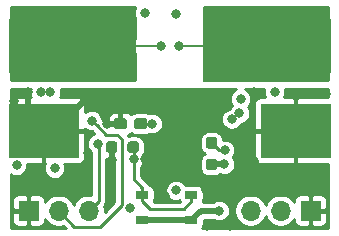
<source format=gbr>
G04 #@! TF.GenerationSoftware,KiCad,Pcbnew,(5.1.5)-3*
G04 #@! TF.CreationDate,2021-02-05T10:45:09+01:00*
G04 #@! TF.ProjectId,kapuki-cursen-hw,6b617075-6b69-42d6-9375-7273656e2d68,rev?*
G04 #@! TF.SameCoordinates,Original*
G04 #@! TF.FileFunction,Copper,L4,Bot*
G04 #@! TF.FilePolarity,Positive*
%FSLAX46Y46*%
G04 Gerber Fmt 4.6, Leading zero omitted, Abs format (unit mm)*
G04 Created by KiCad (PCBNEW (5.1.5)-3) date 2021-02-05 10:45:09*
%MOMM*%
%LPD*%
G04 APERTURE LIST*
%ADD10R,1.050000X0.650000*%
%ADD11O,1.700000X1.700000*%
%ADD12R,1.700000X1.700000*%
%ADD13C,0.100000*%
%ADD14R,2.500000X0.152400*%
%ADD15R,2.700000X6.200000*%
%ADD16R,6.000000X4.600000*%
%ADD17C,0.800000*%
%ADD18C,0.500000*%
%ADD19C,0.250000*%
%ADD20C,0.254000*%
G04 APERTURE END LIST*
D10*
X136466400Y-90085600D03*
X132316400Y-90085600D03*
X136466400Y-92235600D03*
X132316400Y-92235600D03*
D11*
X127762000Y-91440000D03*
X125222000Y-91440000D03*
D12*
X122682000Y-91440000D03*
G04 #@! TA.AperFunction,SMDPad,CuDef*
D13*
G36*
X131817979Y-85581344D02*
G01*
X131841034Y-85584763D01*
X131863643Y-85590427D01*
X131885587Y-85598279D01*
X131906657Y-85608244D01*
X131926648Y-85620226D01*
X131945368Y-85634110D01*
X131962638Y-85649762D01*
X131978290Y-85667032D01*
X131992174Y-85685752D01*
X132004156Y-85705743D01*
X132014121Y-85726813D01*
X132021973Y-85748757D01*
X132027637Y-85771366D01*
X132031056Y-85794421D01*
X132032200Y-85817700D01*
X132032200Y-86292700D01*
X132031056Y-86315979D01*
X132027637Y-86339034D01*
X132021973Y-86361643D01*
X132014121Y-86383587D01*
X132004156Y-86404657D01*
X131992174Y-86424648D01*
X131978290Y-86443368D01*
X131962638Y-86460638D01*
X131945368Y-86476290D01*
X131926648Y-86490174D01*
X131906657Y-86502156D01*
X131885587Y-86512121D01*
X131863643Y-86519973D01*
X131841034Y-86525637D01*
X131817979Y-86529056D01*
X131794700Y-86530200D01*
X131294700Y-86530200D01*
X131271421Y-86529056D01*
X131248366Y-86525637D01*
X131225757Y-86519973D01*
X131203813Y-86512121D01*
X131182743Y-86502156D01*
X131162752Y-86490174D01*
X131144032Y-86476290D01*
X131126762Y-86460638D01*
X131111110Y-86443368D01*
X131097226Y-86424648D01*
X131085244Y-86404657D01*
X131075279Y-86383587D01*
X131067427Y-86361643D01*
X131061763Y-86339034D01*
X131058344Y-86315979D01*
X131057200Y-86292700D01*
X131057200Y-85817700D01*
X131058344Y-85794421D01*
X131061763Y-85771366D01*
X131067427Y-85748757D01*
X131075279Y-85726813D01*
X131085244Y-85705743D01*
X131097226Y-85685752D01*
X131111110Y-85667032D01*
X131126762Y-85649762D01*
X131144032Y-85634110D01*
X131162752Y-85620226D01*
X131182743Y-85608244D01*
X131203813Y-85598279D01*
X131225757Y-85590427D01*
X131248366Y-85584763D01*
X131271421Y-85581344D01*
X131294700Y-85580200D01*
X131794700Y-85580200D01*
X131817979Y-85581344D01*
G37*
G04 #@! TD.AperFunction*
G04 #@! TA.AperFunction,SMDPad,CuDef*
G36*
X129992979Y-85581344D02*
G01*
X130016034Y-85584763D01*
X130038643Y-85590427D01*
X130060587Y-85598279D01*
X130081657Y-85608244D01*
X130101648Y-85620226D01*
X130120368Y-85634110D01*
X130137638Y-85649762D01*
X130153290Y-85667032D01*
X130167174Y-85685752D01*
X130179156Y-85705743D01*
X130189121Y-85726813D01*
X130196973Y-85748757D01*
X130202637Y-85771366D01*
X130206056Y-85794421D01*
X130207200Y-85817700D01*
X130207200Y-86292700D01*
X130206056Y-86315979D01*
X130202637Y-86339034D01*
X130196973Y-86361643D01*
X130189121Y-86383587D01*
X130179156Y-86404657D01*
X130167174Y-86424648D01*
X130153290Y-86443368D01*
X130137638Y-86460638D01*
X130120368Y-86476290D01*
X130101648Y-86490174D01*
X130081657Y-86502156D01*
X130060587Y-86512121D01*
X130038643Y-86519973D01*
X130016034Y-86525637D01*
X129992979Y-86529056D01*
X129969700Y-86530200D01*
X129469700Y-86530200D01*
X129446421Y-86529056D01*
X129423366Y-86525637D01*
X129400757Y-86519973D01*
X129378813Y-86512121D01*
X129357743Y-86502156D01*
X129337752Y-86490174D01*
X129319032Y-86476290D01*
X129301762Y-86460638D01*
X129286110Y-86443368D01*
X129272226Y-86424648D01*
X129260244Y-86404657D01*
X129250279Y-86383587D01*
X129242427Y-86361643D01*
X129236763Y-86339034D01*
X129233344Y-86315979D01*
X129232200Y-86292700D01*
X129232200Y-85817700D01*
X129233344Y-85794421D01*
X129236763Y-85771366D01*
X129242427Y-85748757D01*
X129250279Y-85726813D01*
X129260244Y-85705743D01*
X129272226Y-85685752D01*
X129286110Y-85667032D01*
X129301762Y-85649762D01*
X129319032Y-85634110D01*
X129337752Y-85620226D01*
X129357743Y-85608244D01*
X129378813Y-85598279D01*
X129400757Y-85590427D01*
X129423366Y-85584763D01*
X129446421Y-85581344D01*
X129469700Y-85580200D01*
X129969700Y-85580200D01*
X129992979Y-85581344D01*
G37*
G04 #@! TD.AperFunction*
G04 #@! TA.AperFunction,SMDPad,CuDef*
G36*
X138436779Y-87040144D02*
G01*
X138459834Y-87043563D01*
X138482443Y-87049227D01*
X138504387Y-87057079D01*
X138525457Y-87067044D01*
X138545448Y-87079026D01*
X138564168Y-87092910D01*
X138581438Y-87108562D01*
X138597090Y-87125832D01*
X138610974Y-87144552D01*
X138622956Y-87164543D01*
X138632921Y-87185613D01*
X138640773Y-87207557D01*
X138646437Y-87230166D01*
X138649856Y-87253221D01*
X138651000Y-87276500D01*
X138651000Y-87776500D01*
X138649856Y-87799779D01*
X138646437Y-87822834D01*
X138640773Y-87845443D01*
X138632921Y-87867387D01*
X138622956Y-87888457D01*
X138610974Y-87908448D01*
X138597090Y-87927168D01*
X138581438Y-87944438D01*
X138564168Y-87960090D01*
X138545448Y-87973974D01*
X138525457Y-87985956D01*
X138504387Y-87995921D01*
X138482443Y-88003773D01*
X138459834Y-88009437D01*
X138436779Y-88012856D01*
X138413500Y-88014000D01*
X137938500Y-88014000D01*
X137915221Y-88012856D01*
X137892166Y-88009437D01*
X137869557Y-88003773D01*
X137847613Y-87995921D01*
X137826543Y-87985956D01*
X137806552Y-87973974D01*
X137787832Y-87960090D01*
X137770562Y-87944438D01*
X137754910Y-87927168D01*
X137741026Y-87908448D01*
X137729044Y-87888457D01*
X137719079Y-87867387D01*
X137711227Y-87845443D01*
X137705563Y-87822834D01*
X137702144Y-87799779D01*
X137701000Y-87776500D01*
X137701000Y-87276500D01*
X137702144Y-87253221D01*
X137705563Y-87230166D01*
X137711227Y-87207557D01*
X137719079Y-87185613D01*
X137729044Y-87164543D01*
X137741026Y-87144552D01*
X137754910Y-87125832D01*
X137770562Y-87108562D01*
X137787832Y-87092910D01*
X137806552Y-87079026D01*
X137826543Y-87067044D01*
X137847613Y-87057079D01*
X137869557Y-87049227D01*
X137892166Y-87043563D01*
X137915221Y-87040144D01*
X137938500Y-87039000D01*
X138413500Y-87039000D01*
X138436779Y-87040144D01*
G37*
G04 #@! TD.AperFunction*
G04 #@! TA.AperFunction,SMDPad,CuDef*
G36*
X138436779Y-85215144D02*
G01*
X138459834Y-85218563D01*
X138482443Y-85224227D01*
X138504387Y-85232079D01*
X138525457Y-85242044D01*
X138545448Y-85254026D01*
X138564168Y-85267910D01*
X138581438Y-85283562D01*
X138597090Y-85300832D01*
X138610974Y-85319552D01*
X138622956Y-85339543D01*
X138632921Y-85360613D01*
X138640773Y-85382557D01*
X138646437Y-85405166D01*
X138649856Y-85428221D01*
X138651000Y-85451500D01*
X138651000Y-85951500D01*
X138649856Y-85974779D01*
X138646437Y-85997834D01*
X138640773Y-86020443D01*
X138632921Y-86042387D01*
X138622956Y-86063457D01*
X138610974Y-86083448D01*
X138597090Y-86102168D01*
X138581438Y-86119438D01*
X138564168Y-86135090D01*
X138545448Y-86148974D01*
X138525457Y-86160956D01*
X138504387Y-86170921D01*
X138482443Y-86178773D01*
X138459834Y-86184437D01*
X138436779Y-86187856D01*
X138413500Y-86189000D01*
X137938500Y-86189000D01*
X137915221Y-86187856D01*
X137892166Y-86184437D01*
X137869557Y-86178773D01*
X137847613Y-86170921D01*
X137826543Y-86160956D01*
X137806552Y-86148974D01*
X137787832Y-86135090D01*
X137770562Y-86119438D01*
X137754910Y-86102168D01*
X137741026Y-86083448D01*
X137729044Y-86063457D01*
X137719079Y-86042387D01*
X137711227Y-86020443D01*
X137705563Y-85997834D01*
X137702144Y-85974779D01*
X137701000Y-85951500D01*
X137701000Y-85451500D01*
X137702144Y-85428221D01*
X137705563Y-85405166D01*
X137711227Y-85382557D01*
X137719079Y-85360613D01*
X137729044Y-85339543D01*
X137741026Y-85319552D01*
X137754910Y-85300832D01*
X137770562Y-85283562D01*
X137787832Y-85267910D01*
X137806552Y-85254026D01*
X137826543Y-85242044D01*
X137847613Y-85232079D01*
X137869557Y-85224227D01*
X137892166Y-85218563D01*
X137915221Y-85215144D01*
X137938500Y-85214000D01*
X138413500Y-85214000D01*
X138436779Y-85215144D01*
G37*
G04 #@! TD.AperFunction*
G04 #@! TA.AperFunction,SMDPad,CuDef*
G36*
X130778779Y-83600144D02*
G01*
X130801834Y-83603563D01*
X130824443Y-83609227D01*
X130846387Y-83617079D01*
X130867457Y-83627044D01*
X130887448Y-83639026D01*
X130906168Y-83652910D01*
X130923438Y-83668562D01*
X130939090Y-83685832D01*
X130952974Y-83704552D01*
X130964956Y-83724543D01*
X130974921Y-83745613D01*
X130982773Y-83767557D01*
X130988437Y-83790166D01*
X130991856Y-83813221D01*
X130993000Y-83836500D01*
X130993000Y-84311500D01*
X130991856Y-84334779D01*
X130988437Y-84357834D01*
X130982773Y-84380443D01*
X130974921Y-84402387D01*
X130964956Y-84423457D01*
X130952974Y-84443448D01*
X130939090Y-84462168D01*
X130923438Y-84479438D01*
X130906168Y-84495090D01*
X130887448Y-84508974D01*
X130867457Y-84520956D01*
X130846387Y-84530921D01*
X130824443Y-84538773D01*
X130801834Y-84544437D01*
X130778779Y-84547856D01*
X130755500Y-84549000D01*
X130155500Y-84549000D01*
X130132221Y-84547856D01*
X130109166Y-84544437D01*
X130086557Y-84538773D01*
X130064613Y-84530921D01*
X130043543Y-84520956D01*
X130023552Y-84508974D01*
X130004832Y-84495090D01*
X129987562Y-84479438D01*
X129971910Y-84462168D01*
X129958026Y-84443448D01*
X129946044Y-84423457D01*
X129936079Y-84402387D01*
X129928227Y-84380443D01*
X129922563Y-84357834D01*
X129919144Y-84334779D01*
X129918000Y-84311500D01*
X129918000Y-83836500D01*
X129919144Y-83813221D01*
X129922563Y-83790166D01*
X129928227Y-83767557D01*
X129936079Y-83745613D01*
X129946044Y-83724543D01*
X129958026Y-83704552D01*
X129971910Y-83685832D01*
X129987562Y-83668562D01*
X130004832Y-83652910D01*
X130023552Y-83639026D01*
X130043543Y-83627044D01*
X130064613Y-83617079D01*
X130086557Y-83609227D01*
X130109166Y-83603563D01*
X130132221Y-83600144D01*
X130155500Y-83599000D01*
X130755500Y-83599000D01*
X130778779Y-83600144D01*
G37*
G04 #@! TD.AperFunction*
G04 #@! TA.AperFunction,SMDPad,CuDef*
G36*
X132503779Y-83600144D02*
G01*
X132526834Y-83603563D01*
X132549443Y-83609227D01*
X132571387Y-83617079D01*
X132592457Y-83627044D01*
X132612448Y-83639026D01*
X132631168Y-83652910D01*
X132648438Y-83668562D01*
X132664090Y-83685832D01*
X132677974Y-83704552D01*
X132689956Y-83724543D01*
X132699921Y-83745613D01*
X132707773Y-83767557D01*
X132713437Y-83790166D01*
X132716856Y-83813221D01*
X132718000Y-83836500D01*
X132718000Y-84311500D01*
X132716856Y-84334779D01*
X132713437Y-84357834D01*
X132707773Y-84380443D01*
X132699921Y-84402387D01*
X132689956Y-84423457D01*
X132677974Y-84443448D01*
X132664090Y-84462168D01*
X132648438Y-84479438D01*
X132631168Y-84495090D01*
X132612448Y-84508974D01*
X132592457Y-84520956D01*
X132571387Y-84530921D01*
X132549443Y-84538773D01*
X132526834Y-84544437D01*
X132503779Y-84547856D01*
X132480500Y-84549000D01*
X131880500Y-84549000D01*
X131857221Y-84547856D01*
X131834166Y-84544437D01*
X131811557Y-84538773D01*
X131789613Y-84530921D01*
X131768543Y-84520956D01*
X131748552Y-84508974D01*
X131729832Y-84495090D01*
X131712562Y-84479438D01*
X131696910Y-84462168D01*
X131683026Y-84443448D01*
X131671044Y-84423457D01*
X131661079Y-84402387D01*
X131653227Y-84380443D01*
X131647563Y-84357834D01*
X131644144Y-84334779D01*
X131643000Y-84311500D01*
X131643000Y-83836500D01*
X131644144Y-83813221D01*
X131647563Y-83790166D01*
X131653227Y-83767557D01*
X131661079Y-83745613D01*
X131671044Y-83724543D01*
X131683026Y-83704552D01*
X131696910Y-83685832D01*
X131712562Y-83668562D01*
X131729832Y-83652910D01*
X131748552Y-83639026D01*
X131768543Y-83627044D01*
X131789613Y-83617079D01*
X131811557Y-83609227D01*
X131834166Y-83603563D01*
X131857221Y-83600144D01*
X131880500Y-83599000D01*
X132480500Y-83599000D01*
X132503779Y-83600144D01*
G37*
G04 #@! TD.AperFunction*
D14*
X136620000Y-77470000D03*
X132620000Y-77470000D03*
D15*
X138770000Y-77470000D03*
X130470000Y-77470000D03*
D16*
X145288000Y-77470000D03*
X145288000Y-84670000D03*
D11*
X141478000Y-91440000D03*
X144018000Y-91440000D03*
D12*
X146558000Y-91440000D03*
D16*
X123952000Y-77470000D03*
X123952000Y-84670000D03*
D17*
X141478000Y-86080600D03*
X140411200Y-84912200D03*
X136906000Y-87630000D03*
X134239000Y-90220800D03*
X132562600Y-87096600D03*
X128041400Y-81534000D03*
X130048000Y-81534000D03*
X141782800Y-81381600D03*
X132511800Y-74726800D03*
X128041400Y-82626200D03*
X127736600Y-86588600D03*
X129717800Y-87122000D03*
X129336800Y-84074000D03*
X135178800Y-74828400D03*
X122656600Y-81432400D03*
X121462800Y-82118200D03*
X124612400Y-89636600D03*
X126390400Y-89916000D03*
X147828000Y-82804000D03*
X147828000Y-85344000D03*
X147828000Y-81534000D03*
X146304000Y-81534000D03*
X123088400Y-89636600D03*
X121691400Y-89636600D03*
X145288000Y-88036400D03*
X141757400Y-87223600D03*
X132816600Y-81534000D03*
X123850400Y-83261200D03*
X122072400Y-83261200D03*
X136931400Y-86283800D03*
X139700000Y-92710000D03*
X137795000Y-92710000D03*
X137668000Y-89662000D03*
X147167600Y-87884000D03*
X121462800Y-85598000D03*
X123317000Y-87884000D03*
X123952000Y-77470000D03*
X133858000Y-77470000D03*
X139293600Y-86334600D03*
X135382000Y-77470000D03*
X140538200Y-83210400D03*
X135178800Y-89712800D03*
X131292600Y-91186000D03*
X139877800Y-83693000D03*
X143510000Y-81381600D03*
X139268200Y-87528400D03*
X124536200Y-81432400D03*
X123723400Y-81432400D03*
X124891800Y-87858600D03*
X121666000Y-87604600D03*
X140639800Y-81965800D03*
X138836400Y-91440000D03*
X133172200Y-84074000D03*
X131572000Y-87096600D03*
X128524000Y-85775800D03*
X128041400Y-83820000D03*
D18*
X130455500Y-84074000D02*
X129336800Y-84074000D01*
X129717800Y-86057100D02*
X129719700Y-86055200D01*
X129717800Y-87122000D02*
X129717800Y-86057100D01*
X121462800Y-82651600D02*
X122072400Y-83261200D01*
X121462800Y-82118200D02*
X121462800Y-82651600D01*
X127641401Y-81933999D02*
X128041400Y-81534000D01*
X124905400Y-84670000D02*
X127641401Y-81933999D01*
X123952000Y-84670000D02*
X124905400Y-84670000D01*
X122656600Y-82677000D02*
X122072400Y-83261200D01*
X122656600Y-81432400D02*
X122656600Y-82677000D01*
D19*
X138809100Y-86334600D02*
X138176000Y-85701500D01*
X139293600Y-86334600D02*
X138809100Y-86334600D01*
D18*
X138177900Y-87528400D02*
X138176000Y-87526500D01*
X139268200Y-87528400D02*
X138177900Y-87528400D01*
X132316400Y-92235600D02*
X136466400Y-92235600D01*
X137262000Y-91440000D02*
X138836400Y-91440000D01*
X136466400Y-92235600D02*
X137262000Y-91440000D01*
D19*
X132180500Y-84074000D02*
X133172200Y-84074000D01*
X131572000Y-86082500D02*
X131544700Y-86055200D01*
X131572000Y-87096600D02*
X131572000Y-86082500D01*
X136466400Y-90660600D02*
X135814000Y-91313000D01*
X136466400Y-90085600D02*
X136466400Y-90660600D01*
X132316400Y-90660600D02*
X132316400Y-90085600D01*
X132968800Y-91313000D02*
X132316400Y-90660600D01*
X135814000Y-91313000D02*
X132968800Y-91313000D01*
X131572000Y-88766200D02*
X131572000Y-87662285D01*
X132316400Y-89510600D02*
X131572000Y-88766200D01*
X131572000Y-87662285D02*
X131572000Y-87096600D01*
X132316400Y-90085600D02*
X132316400Y-89510600D01*
X128611999Y-90590001D02*
X127762000Y-91440000D01*
X128611999Y-85838399D02*
X128611999Y-90590001D01*
X128524000Y-85775800D02*
X128611999Y-85838399D01*
X128441399Y-84219999D02*
X128041400Y-83820000D01*
X130200400Y-85013800D02*
X129235200Y-85013800D01*
X130556000Y-85369400D02*
X130200400Y-85013800D01*
X125222000Y-91440000D02*
X126568200Y-92786200D01*
X129235200Y-85013800D02*
X128441399Y-84219999D01*
X130556000Y-90982800D02*
X130556000Y-85369400D01*
X126568200Y-92786200D02*
X128752600Y-92786200D01*
X128752600Y-92786200D02*
X130556000Y-90982800D01*
D20*
G36*
X127462584Y-84525289D02*
G01*
X127611301Y-84624659D01*
X127776546Y-84693106D01*
X127951970Y-84728000D01*
X128054203Y-84728000D01*
X128237757Y-84911554D01*
X128093901Y-84971141D01*
X127945184Y-85070511D01*
X127818711Y-85196984D01*
X127719341Y-85345701D01*
X127650894Y-85510946D01*
X127616000Y-85686370D01*
X127616000Y-85865230D01*
X127650894Y-86040654D01*
X127719341Y-86205899D01*
X127818711Y-86354616D01*
X127945184Y-86481089D01*
X127978999Y-86503684D01*
X127979000Y-90098559D01*
X127895751Y-90082000D01*
X127628249Y-90082000D01*
X127365886Y-90134187D01*
X127118746Y-90236556D01*
X126896325Y-90385172D01*
X126707172Y-90574325D01*
X126558556Y-90796746D01*
X126492000Y-90957426D01*
X126425444Y-90796746D01*
X126276828Y-90574325D01*
X126087675Y-90385172D01*
X125865254Y-90236556D01*
X125618114Y-90134187D01*
X125355751Y-90082000D01*
X125088249Y-90082000D01*
X124825886Y-90134187D01*
X124578746Y-90236556D01*
X124356325Y-90385172D01*
X124167172Y-90574325D01*
X124060984Y-90733248D01*
X124061550Y-90590000D01*
X124051375Y-90486690D01*
X124021240Y-90387350D01*
X123972305Y-90295798D01*
X123906448Y-90215552D01*
X123826202Y-90149695D01*
X123734650Y-90100760D01*
X123635310Y-90070625D01*
X123532000Y-90060450D01*
X122886750Y-90063000D01*
X122755000Y-90194750D01*
X122755000Y-91367000D01*
X122775000Y-91367000D01*
X122775000Y-91513000D01*
X122755000Y-91513000D01*
X122755000Y-92685250D01*
X122886750Y-92817000D01*
X123532000Y-92819550D01*
X123635310Y-92809375D01*
X123734650Y-92779240D01*
X123826202Y-92730305D01*
X123906448Y-92664448D01*
X123972305Y-92584202D01*
X124021240Y-92492650D01*
X124051375Y-92393310D01*
X124061550Y-92290000D01*
X124060984Y-92146752D01*
X124167172Y-92305675D01*
X124356325Y-92494828D01*
X124578746Y-92643444D01*
X124825886Y-92745813D01*
X125088249Y-92798000D01*
X125355751Y-92798000D01*
X125618114Y-92745813D01*
X125628368Y-92741565D01*
X125825803Y-92939000D01*
X121183000Y-92939000D01*
X121183000Y-92290000D01*
X121302450Y-92290000D01*
X121312625Y-92393310D01*
X121342760Y-92492650D01*
X121391695Y-92584202D01*
X121457552Y-92664448D01*
X121537798Y-92730305D01*
X121629350Y-92779240D01*
X121728690Y-92809375D01*
X121832000Y-92819550D01*
X122477250Y-92817000D01*
X122609000Y-92685250D01*
X122609000Y-91513000D01*
X121436750Y-91513000D01*
X121305000Y-91644750D01*
X121302450Y-92290000D01*
X121183000Y-92290000D01*
X121183000Y-90590000D01*
X121302450Y-90590000D01*
X121305000Y-91235250D01*
X121436750Y-91367000D01*
X122609000Y-91367000D01*
X122609000Y-90194750D01*
X122477250Y-90063000D01*
X121832000Y-90060450D01*
X121728690Y-90070625D01*
X121629350Y-90100760D01*
X121537798Y-90149695D01*
X121457552Y-90215552D01*
X121391695Y-90295798D01*
X121342760Y-90387350D01*
X121312625Y-90486690D01*
X121302450Y-90590000D01*
X121183000Y-90590000D01*
X121183000Y-88373912D01*
X121235901Y-88409259D01*
X121401146Y-88477706D01*
X121576570Y-88512600D01*
X121755430Y-88512600D01*
X121930854Y-88477706D01*
X122096099Y-88409259D01*
X122244816Y-88309889D01*
X122371289Y-88183416D01*
X122470659Y-88034699D01*
X122539106Y-87869454D01*
X122559053Y-87769170D01*
X123983800Y-87769170D01*
X123983800Y-87948030D01*
X124018694Y-88123454D01*
X124087141Y-88288699D01*
X124186511Y-88437416D01*
X124312984Y-88563889D01*
X124461701Y-88663259D01*
X124626946Y-88731706D01*
X124802370Y-88766600D01*
X124981230Y-88766600D01*
X125156654Y-88731706D01*
X125321899Y-88663259D01*
X125470616Y-88563889D01*
X125597089Y-88437416D01*
X125696459Y-88288699D01*
X125764906Y-88123454D01*
X125799800Y-87948030D01*
X125799800Y-87769170D01*
X125764906Y-87593746D01*
X125725425Y-87498431D01*
X126952000Y-87499550D01*
X127055310Y-87489375D01*
X127154650Y-87459240D01*
X127246202Y-87410305D01*
X127326448Y-87344448D01*
X127392305Y-87264202D01*
X127441240Y-87172650D01*
X127471375Y-87073310D01*
X127481550Y-86970000D01*
X127479000Y-84874750D01*
X127347250Y-84743000D01*
X124025000Y-84743000D01*
X124025000Y-87365250D01*
X124087586Y-87427836D01*
X124087141Y-87428501D01*
X124018694Y-87593746D01*
X123983800Y-87769170D01*
X122559053Y-87769170D01*
X122574000Y-87694030D01*
X122574000Y-87515170D01*
X122570599Y-87498073D01*
X123747250Y-87497000D01*
X123879000Y-87365250D01*
X123879000Y-84743000D01*
X123859000Y-84743000D01*
X123859000Y-84597000D01*
X123879000Y-84597000D01*
X123879000Y-84577000D01*
X124025000Y-84577000D01*
X124025000Y-84597000D01*
X127347250Y-84597000D01*
X127440773Y-84503478D01*
X127462584Y-84525289D01*
G37*
X127462584Y-84525289D02*
X127611301Y-84624659D01*
X127776546Y-84693106D01*
X127951970Y-84728000D01*
X128054203Y-84728000D01*
X128237757Y-84911554D01*
X128093901Y-84971141D01*
X127945184Y-85070511D01*
X127818711Y-85196984D01*
X127719341Y-85345701D01*
X127650894Y-85510946D01*
X127616000Y-85686370D01*
X127616000Y-85865230D01*
X127650894Y-86040654D01*
X127719341Y-86205899D01*
X127818711Y-86354616D01*
X127945184Y-86481089D01*
X127978999Y-86503684D01*
X127979000Y-90098559D01*
X127895751Y-90082000D01*
X127628249Y-90082000D01*
X127365886Y-90134187D01*
X127118746Y-90236556D01*
X126896325Y-90385172D01*
X126707172Y-90574325D01*
X126558556Y-90796746D01*
X126492000Y-90957426D01*
X126425444Y-90796746D01*
X126276828Y-90574325D01*
X126087675Y-90385172D01*
X125865254Y-90236556D01*
X125618114Y-90134187D01*
X125355751Y-90082000D01*
X125088249Y-90082000D01*
X124825886Y-90134187D01*
X124578746Y-90236556D01*
X124356325Y-90385172D01*
X124167172Y-90574325D01*
X124060984Y-90733248D01*
X124061550Y-90590000D01*
X124051375Y-90486690D01*
X124021240Y-90387350D01*
X123972305Y-90295798D01*
X123906448Y-90215552D01*
X123826202Y-90149695D01*
X123734650Y-90100760D01*
X123635310Y-90070625D01*
X123532000Y-90060450D01*
X122886750Y-90063000D01*
X122755000Y-90194750D01*
X122755000Y-91367000D01*
X122775000Y-91367000D01*
X122775000Y-91513000D01*
X122755000Y-91513000D01*
X122755000Y-92685250D01*
X122886750Y-92817000D01*
X123532000Y-92819550D01*
X123635310Y-92809375D01*
X123734650Y-92779240D01*
X123826202Y-92730305D01*
X123906448Y-92664448D01*
X123972305Y-92584202D01*
X124021240Y-92492650D01*
X124051375Y-92393310D01*
X124061550Y-92290000D01*
X124060984Y-92146752D01*
X124167172Y-92305675D01*
X124356325Y-92494828D01*
X124578746Y-92643444D01*
X124825886Y-92745813D01*
X125088249Y-92798000D01*
X125355751Y-92798000D01*
X125618114Y-92745813D01*
X125628368Y-92741565D01*
X125825803Y-92939000D01*
X121183000Y-92939000D01*
X121183000Y-92290000D01*
X121302450Y-92290000D01*
X121312625Y-92393310D01*
X121342760Y-92492650D01*
X121391695Y-92584202D01*
X121457552Y-92664448D01*
X121537798Y-92730305D01*
X121629350Y-92779240D01*
X121728690Y-92809375D01*
X121832000Y-92819550D01*
X122477250Y-92817000D01*
X122609000Y-92685250D01*
X122609000Y-91513000D01*
X121436750Y-91513000D01*
X121305000Y-91644750D01*
X121302450Y-92290000D01*
X121183000Y-92290000D01*
X121183000Y-90590000D01*
X121302450Y-90590000D01*
X121305000Y-91235250D01*
X121436750Y-91367000D01*
X122609000Y-91367000D01*
X122609000Y-90194750D01*
X122477250Y-90063000D01*
X121832000Y-90060450D01*
X121728690Y-90070625D01*
X121629350Y-90100760D01*
X121537798Y-90149695D01*
X121457552Y-90215552D01*
X121391695Y-90295798D01*
X121342760Y-90387350D01*
X121312625Y-90486690D01*
X121302450Y-90590000D01*
X121183000Y-90590000D01*
X121183000Y-88373912D01*
X121235901Y-88409259D01*
X121401146Y-88477706D01*
X121576570Y-88512600D01*
X121755430Y-88512600D01*
X121930854Y-88477706D01*
X122096099Y-88409259D01*
X122244816Y-88309889D01*
X122371289Y-88183416D01*
X122470659Y-88034699D01*
X122539106Y-87869454D01*
X122559053Y-87769170D01*
X123983800Y-87769170D01*
X123983800Y-87948030D01*
X124018694Y-88123454D01*
X124087141Y-88288699D01*
X124186511Y-88437416D01*
X124312984Y-88563889D01*
X124461701Y-88663259D01*
X124626946Y-88731706D01*
X124802370Y-88766600D01*
X124981230Y-88766600D01*
X125156654Y-88731706D01*
X125321899Y-88663259D01*
X125470616Y-88563889D01*
X125597089Y-88437416D01*
X125696459Y-88288699D01*
X125764906Y-88123454D01*
X125799800Y-87948030D01*
X125799800Y-87769170D01*
X125764906Y-87593746D01*
X125725425Y-87498431D01*
X126952000Y-87499550D01*
X127055310Y-87489375D01*
X127154650Y-87459240D01*
X127246202Y-87410305D01*
X127326448Y-87344448D01*
X127392305Y-87264202D01*
X127441240Y-87172650D01*
X127471375Y-87073310D01*
X127481550Y-86970000D01*
X127479000Y-84874750D01*
X127347250Y-84743000D01*
X124025000Y-84743000D01*
X124025000Y-87365250D01*
X124087586Y-87427836D01*
X124087141Y-87428501D01*
X124018694Y-87593746D01*
X123983800Y-87769170D01*
X122559053Y-87769170D01*
X122574000Y-87694030D01*
X122574000Y-87515170D01*
X122570599Y-87498073D01*
X123747250Y-87497000D01*
X123879000Y-87365250D01*
X123879000Y-84743000D01*
X123859000Y-84743000D01*
X123859000Y-84597000D01*
X123879000Y-84597000D01*
X123879000Y-84577000D01*
X124025000Y-84577000D01*
X124025000Y-84597000D01*
X127347250Y-84597000D01*
X127440773Y-84503478D01*
X127462584Y-84525289D01*
G36*
X140209701Y-81161141D02*
G01*
X140060984Y-81260511D01*
X139934511Y-81386984D01*
X139835141Y-81535701D01*
X139766694Y-81700946D01*
X139731800Y-81876370D01*
X139731800Y-82055230D01*
X139766694Y-82230654D01*
X139835141Y-82395899D01*
X139928650Y-82535845D01*
X139832911Y-82631584D01*
X139733541Y-82780301D01*
X139726497Y-82797307D01*
X139612946Y-82819894D01*
X139447701Y-82888341D01*
X139298984Y-82987711D01*
X139172511Y-83114184D01*
X139073141Y-83262901D01*
X139004694Y-83428146D01*
X138969800Y-83603570D01*
X138969800Y-83782430D01*
X139004694Y-83957854D01*
X139073141Y-84123099D01*
X139172511Y-84271816D01*
X139298984Y-84398289D01*
X139447701Y-84497659D01*
X139612946Y-84566106D01*
X139788370Y-84601000D01*
X139967230Y-84601000D01*
X140142654Y-84566106D01*
X140307899Y-84497659D01*
X140456616Y-84398289D01*
X140583089Y-84271816D01*
X140682459Y-84123099D01*
X140689503Y-84106093D01*
X140803054Y-84083506D01*
X140968299Y-84015059D01*
X141117016Y-83915689D01*
X141243489Y-83789216D01*
X141342859Y-83640499D01*
X141411306Y-83475254D01*
X141446200Y-83299830D01*
X141446200Y-83120970D01*
X141411306Y-82945546D01*
X141342859Y-82780301D01*
X141249350Y-82640355D01*
X141345089Y-82544616D01*
X141444459Y-82395899D01*
X141512906Y-82230654D01*
X141547800Y-82055230D01*
X141547800Y-81876370D01*
X141512906Y-81700946D01*
X141444459Y-81535701D01*
X141345089Y-81386984D01*
X141218616Y-81260511D01*
X141069899Y-81161141D01*
X141050245Y-81153000D01*
X142629683Y-81153000D01*
X142602000Y-81292170D01*
X142602000Y-81471030D01*
X142636894Y-81646454D01*
X142705341Y-81811699D01*
X142724818Y-81840848D01*
X142288000Y-81840450D01*
X142184690Y-81850625D01*
X142085350Y-81880760D01*
X141993798Y-81929695D01*
X141913552Y-81995552D01*
X141847695Y-82075798D01*
X141798760Y-82167350D01*
X141768625Y-82266690D01*
X141758450Y-82370000D01*
X141761000Y-84465250D01*
X141892750Y-84597000D01*
X145215000Y-84597000D01*
X145215000Y-81974750D01*
X145083250Y-81843000D01*
X144294225Y-81842280D01*
X144314659Y-81811699D01*
X144383106Y-81646454D01*
X144418000Y-81471030D01*
X144418000Y-81292170D01*
X144390317Y-81153000D01*
X148057000Y-81153000D01*
X148057000Y-81840661D01*
X145492750Y-81843000D01*
X145361000Y-81974750D01*
X145361000Y-84597000D01*
X145381000Y-84597000D01*
X145381000Y-84743000D01*
X145361000Y-84743000D01*
X145361000Y-87365250D01*
X145492750Y-87497000D01*
X148057001Y-87499339D01*
X148057001Y-92939000D01*
X137331082Y-92939000D01*
X137352348Y-92921548D01*
X137415829Y-92844195D01*
X137463001Y-92755943D01*
X137492049Y-92660185D01*
X137501857Y-92560600D01*
X137501857Y-92272116D01*
X137575973Y-92198000D01*
X138336471Y-92198000D01*
X138406301Y-92244659D01*
X138571546Y-92313106D01*
X138746970Y-92348000D01*
X138925830Y-92348000D01*
X139101254Y-92313106D01*
X139266499Y-92244659D01*
X139415216Y-92145289D01*
X139541689Y-92018816D01*
X139641059Y-91870099D01*
X139709506Y-91704854D01*
X139744400Y-91529430D01*
X139744400Y-91350570D01*
X139735585Y-91306249D01*
X140120000Y-91306249D01*
X140120000Y-91573751D01*
X140172187Y-91836114D01*
X140274556Y-92083254D01*
X140423172Y-92305675D01*
X140612325Y-92494828D01*
X140834746Y-92643444D01*
X141081886Y-92745813D01*
X141344249Y-92798000D01*
X141611751Y-92798000D01*
X141874114Y-92745813D01*
X142121254Y-92643444D01*
X142343675Y-92494828D01*
X142532828Y-92305675D01*
X142681444Y-92083254D01*
X142748000Y-91922574D01*
X142814556Y-92083254D01*
X142963172Y-92305675D01*
X143152325Y-92494828D01*
X143374746Y-92643444D01*
X143621886Y-92745813D01*
X143884249Y-92798000D01*
X144151751Y-92798000D01*
X144414114Y-92745813D01*
X144661254Y-92643444D01*
X144883675Y-92494828D01*
X145072828Y-92305675D01*
X145179016Y-92146752D01*
X145178450Y-92290000D01*
X145188625Y-92393310D01*
X145218760Y-92492650D01*
X145267695Y-92584202D01*
X145333552Y-92664448D01*
X145413798Y-92730305D01*
X145505350Y-92779240D01*
X145604690Y-92809375D01*
X145708000Y-92819550D01*
X146353250Y-92817000D01*
X146485000Y-92685250D01*
X146485000Y-91513000D01*
X146631000Y-91513000D01*
X146631000Y-92685250D01*
X146762750Y-92817000D01*
X147408000Y-92819550D01*
X147511310Y-92809375D01*
X147610650Y-92779240D01*
X147702202Y-92730305D01*
X147782448Y-92664448D01*
X147848305Y-92584202D01*
X147897240Y-92492650D01*
X147927375Y-92393310D01*
X147937550Y-92290000D01*
X147935000Y-91644750D01*
X147803250Y-91513000D01*
X146631000Y-91513000D01*
X146485000Y-91513000D01*
X146465000Y-91513000D01*
X146465000Y-91367000D01*
X146485000Y-91367000D01*
X146485000Y-90194750D01*
X146631000Y-90194750D01*
X146631000Y-91367000D01*
X147803250Y-91367000D01*
X147935000Y-91235250D01*
X147937550Y-90590000D01*
X147927375Y-90486690D01*
X147897240Y-90387350D01*
X147848305Y-90295798D01*
X147782448Y-90215552D01*
X147702202Y-90149695D01*
X147610650Y-90100760D01*
X147511310Y-90070625D01*
X147408000Y-90060450D01*
X146762750Y-90063000D01*
X146631000Y-90194750D01*
X146485000Y-90194750D01*
X146353250Y-90063000D01*
X145708000Y-90060450D01*
X145604690Y-90070625D01*
X145505350Y-90100760D01*
X145413798Y-90149695D01*
X145333552Y-90215552D01*
X145267695Y-90295798D01*
X145218760Y-90387350D01*
X145188625Y-90486690D01*
X145178450Y-90590000D01*
X145179016Y-90733248D01*
X145072828Y-90574325D01*
X144883675Y-90385172D01*
X144661254Y-90236556D01*
X144414114Y-90134187D01*
X144151751Y-90082000D01*
X143884249Y-90082000D01*
X143621886Y-90134187D01*
X143374746Y-90236556D01*
X143152325Y-90385172D01*
X142963172Y-90574325D01*
X142814556Y-90796746D01*
X142748000Y-90957426D01*
X142681444Y-90796746D01*
X142532828Y-90574325D01*
X142343675Y-90385172D01*
X142121254Y-90236556D01*
X141874114Y-90134187D01*
X141611751Y-90082000D01*
X141344249Y-90082000D01*
X141081886Y-90134187D01*
X140834746Y-90236556D01*
X140612325Y-90385172D01*
X140423172Y-90574325D01*
X140274556Y-90796746D01*
X140172187Y-91043886D01*
X140120000Y-91306249D01*
X139735585Y-91306249D01*
X139709506Y-91175146D01*
X139641059Y-91009901D01*
X139541689Y-90861184D01*
X139415216Y-90734711D01*
X139266499Y-90635341D01*
X139101254Y-90566894D01*
X138925830Y-90532000D01*
X138746970Y-90532000D01*
X138571546Y-90566894D01*
X138406301Y-90635341D01*
X138336471Y-90682000D01*
X137422347Y-90682000D01*
X137463001Y-90605943D01*
X137492049Y-90510185D01*
X137501857Y-90410600D01*
X137501857Y-89760600D01*
X137492049Y-89661015D01*
X137463001Y-89565257D01*
X137415829Y-89477005D01*
X137352348Y-89399652D01*
X137274995Y-89336171D01*
X137186743Y-89288999D01*
X137090985Y-89259951D01*
X136991400Y-89250143D01*
X135961704Y-89250143D01*
X135884089Y-89133984D01*
X135757616Y-89007511D01*
X135608899Y-88908141D01*
X135443654Y-88839694D01*
X135268230Y-88804800D01*
X135089370Y-88804800D01*
X134913946Y-88839694D01*
X134748701Y-88908141D01*
X134599984Y-89007511D01*
X134473511Y-89133984D01*
X134374141Y-89282701D01*
X134305694Y-89447946D01*
X134270800Y-89623370D01*
X134270800Y-89802230D01*
X134305694Y-89977654D01*
X134374141Y-90142899D01*
X134473511Y-90291616D01*
X134599984Y-90418089D01*
X134748701Y-90517459D01*
X134913946Y-90585906D01*
X135089370Y-90620800D01*
X135268230Y-90620800D01*
X135443654Y-90585906D01*
X135461481Y-90578522D01*
X135469799Y-90605943D01*
X135509384Y-90680000D01*
X133273416Y-90680000D01*
X133313001Y-90605943D01*
X133342049Y-90510185D01*
X133351857Y-90410600D01*
X133351857Y-89760600D01*
X133342049Y-89661015D01*
X133313001Y-89565257D01*
X133265829Y-89477005D01*
X133202348Y-89399652D01*
X133124995Y-89336171D01*
X133036743Y-89288999D01*
X132940985Y-89259951D01*
X132897908Y-89255708D01*
X132845266Y-89157223D01*
X132766164Y-89060836D01*
X132742013Y-89041016D01*
X132205000Y-88504003D01*
X132205000Y-87747705D01*
X132277289Y-87675416D01*
X132376659Y-87526699D01*
X132445106Y-87361454D01*
X132480000Y-87186030D01*
X132480000Y-87007170D01*
X132445106Y-86831746D01*
X132401548Y-86726588D01*
X132416604Y-86708243D01*
X132485722Y-86578931D01*
X132528285Y-86438619D01*
X132542657Y-86292700D01*
X132542657Y-85817700D01*
X132528285Y-85671781D01*
X132485722Y-85531469D01*
X132442979Y-85451500D01*
X137190543Y-85451500D01*
X137190543Y-85951500D01*
X137204915Y-86097419D01*
X137247478Y-86237731D01*
X137316596Y-86367043D01*
X137409615Y-86480385D01*
X137522957Y-86573404D01*
X137598908Y-86614000D01*
X137522957Y-86654596D01*
X137409615Y-86747615D01*
X137316596Y-86860957D01*
X137247478Y-86990269D01*
X137204915Y-87130581D01*
X137190543Y-87276500D01*
X137190543Y-87776500D01*
X137204915Y-87922419D01*
X137247478Y-88062731D01*
X137316596Y-88192043D01*
X137409615Y-88305385D01*
X137522957Y-88398404D01*
X137652269Y-88467522D01*
X137792581Y-88510085D01*
X137938500Y-88524457D01*
X138413500Y-88524457D01*
X138559419Y-88510085D01*
X138699731Y-88467522D01*
X138829043Y-88398404D01*
X138884996Y-88352484D01*
X139003346Y-88401506D01*
X139178770Y-88436400D01*
X139357630Y-88436400D01*
X139533054Y-88401506D01*
X139698299Y-88333059D01*
X139847016Y-88233689D01*
X139973489Y-88107216D01*
X140072859Y-87958499D01*
X140141306Y-87793254D01*
X140176200Y-87617830D01*
X140176200Y-87438970D01*
X140141306Y-87263546D01*
X140072859Y-87098301D01*
X139987131Y-86970000D01*
X141758450Y-86970000D01*
X141768625Y-87073310D01*
X141798760Y-87172650D01*
X141847695Y-87264202D01*
X141913552Y-87344448D01*
X141993798Y-87410305D01*
X142085350Y-87459240D01*
X142184690Y-87489375D01*
X142288000Y-87499550D01*
X145083250Y-87497000D01*
X145215000Y-87365250D01*
X145215000Y-84743000D01*
X141892750Y-84743000D01*
X141761000Y-84874750D01*
X141758450Y-86970000D01*
X139987131Y-86970000D01*
X139973489Y-86949584D01*
X139968105Y-86944200D01*
X139998889Y-86913416D01*
X140098259Y-86764699D01*
X140166706Y-86599454D01*
X140201600Y-86424030D01*
X140201600Y-86245170D01*
X140166706Y-86069746D01*
X140098259Y-85904501D01*
X139998889Y-85755784D01*
X139872416Y-85629311D01*
X139723699Y-85529941D01*
X139558454Y-85461494D01*
X139383030Y-85426600D01*
X139204170Y-85426600D01*
X139159872Y-85435411D01*
X139147085Y-85305581D01*
X139104522Y-85165269D01*
X139035404Y-85035957D01*
X138942385Y-84922615D01*
X138829043Y-84829596D01*
X138699731Y-84760478D01*
X138559419Y-84717915D01*
X138413500Y-84703543D01*
X137938500Y-84703543D01*
X137792581Y-84717915D01*
X137652269Y-84760478D01*
X137522957Y-84829596D01*
X137409615Y-84922615D01*
X137316596Y-85035957D01*
X137247478Y-85165269D01*
X137204915Y-85305581D01*
X137190543Y-85451500D01*
X132442979Y-85451500D01*
X132416604Y-85402157D01*
X132323585Y-85288815D01*
X132210243Y-85195796D01*
X132080931Y-85126678D01*
X131940619Y-85084115D01*
X131794700Y-85069743D01*
X131294700Y-85069743D01*
X131148781Y-85084115D01*
X131125102Y-85091298D01*
X131110541Y-85064058D01*
X131195650Y-85038240D01*
X131287202Y-84989305D01*
X131367448Y-84923448D01*
X131401809Y-84881579D01*
X131464957Y-84933404D01*
X131594269Y-85002522D01*
X131734581Y-85045085D01*
X131880500Y-85059457D01*
X132480500Y-85059457D01*
X132626419Y-85045085D01*
X132766731Y-85002522D01*
X132886535Y-84938486D01*
X132907346Y-84947106D01*
X133082770Y-84982000D01*
X133261630Y-84982000D01*
X133437054Y-84947106D01*
X133602299Y-84878659D01*
X133751016Y-84779289D01*
X133877489Y-84652816D01*
X133976859Y-84504099D01*
X134045306Y-84338854D01*
X134080200Y-84163430D01*
X134080200Y-83984570D01*
X134045306Y-83809146D01*
X133976859Y-83643901D01*
X133877489Y-83495184D01*
X133751016Y-83368711D01*
X133602299Y-83269341D01*
X133437054Y-83200894D01*
X133261630Y-83166000D01*
X133082770Y-83166000D01*
X132907346Y-83200894D01*
X132886535Y-83209514D01*
X132766731Y-83145478D01*
X132626419Y-83102915D01*
X132480500Y-83088543D01*
X131880500Y-83088543D01*
X131734581Y-83102915D01*
X131594269Y-83145478D01*
X131464957Y-83214596D01*
X131401809Y-83266421D01*
X131367448Y-83224552D01*
X131287202Y-83158695D01*
X131195650Y-83109760D01*
X131096310Y-83079625D01*
X130993000Y-83069450D01*
X130660250Y-83072000D01*
X130528500Y-83203750D01*
X130528500Y-84001000D01*
X130548500Y-84001000D01*
X130548500Y-84147000D01*
X130528500Y-84147000D01*
X130528500Y-84167000D01*
X130382500Y-84167000D01*
X130382500Y-84147000D01*
X129522750Y-84147000D01*
X129393174Y-84276576D01*
X128949400Y-83832803D01*
X128949400Y-83730570D01*
X128923230Y-83599000D01*
X129388450Y-83599000D01*
X129391000Y-83869250D01*
X129522750Y-84001000D01*
X130382500Y-84001000D01*
X130382500Y-83203750D01*
X130250750Y-83072000D01*
X129918000Y-83069450D01*
X129814690Y-83079625D01*
X129715350Y-83109760D01*
X129623798Y-83158695D01*
X129543552Y-83224552D01*
X129477695Y-83304798D01*
X129428760Y-83396350D01*
X129398625Y-83495690D01*
X129388450Y-83599000D01*
X128923230Y-83599000D01*
X128914506Y-83555146D01*
X128846059Y-83389901D01*
X128746689Y-83241184D01*
X128620216Y-83114711D01*
X128471499Y-83015341D01*
X128306254Y-82946894D01*
X128130830Y-82912000D01*
X127951970Y-82912000D01*
X127776546Y-82946894D01*
X127611301Y-83015341D01*
X127480658Y-83102634D01*
X127481550Y-82370000D01*
X127471375Y-82266690D01*
X127441240Y-82167350D01*
X127392305Y-82075798D01*
X127326448Y-81995552D01*
X127246202Y-81929695D01*
X127154650Y-81880760D01*
X127055310Y-81850625D01*
X126952000Y-81840450D01*
X125349386Y-81841912D01*
X125409306Y-81697254D01*
X125444200Y-81521830D01*
X125444200Y-81342970D01*
X125409306Y-81167546D01*
X125403281Y-81153000D01*
X140229355Y-81153000D01*
X140209701Y-81161141D01*
G37*
X140209701Y-81161141D02*
X140060984Y-81260511D01*
X139934511Y-81386984D01*
X139835141Y-81535701D01*
X139766694Y-81700946D01*
X139731800Y-81876370D01*
X139731800Y-82055230D01*
X139766694Y-82230654D01*
X139835141Y-82395899D01*
X139928650Y-82535845D01*
X139832911Y-82631584D01*
X139733541Y-82780301D01*
X139726497Y-82797307D01*
X139612946Y-82819894D01*
X139447701Y-82888341D01*
X139298984Y-82987711D01*
X139172511Y-83114184D01*
X139073141Y-83262901D01*
X139004694Y-83428146D01*
X138969800Y-83603570D01*
X138969800Y-83782430D01*
X139004694Y-83957854D01*
X139073141Y-84123099D01*
X139172511Y-84271816D01*
X139298984Y-84398289D01*
X139447701Y-84497659D01*
X139612946Y-84566106D01*
X139788370Y-84601000D01*
X139967230Y-84601000D01*
X140142654Y-84566106D01*
X140307899Y-84497659D01*
X140456616Y-84398289D01*
X140583089Y-84271816D01*
X140682459Y-84123099D01*
X140689503Y-84106093D01*
X140803054Y-84083506D01*
X140968299Y-84015059D01*
X141117016Y-83915689D01*
X141243489Y-83789216D01*
X141342859Y-83640499D01*
X141411306Y-83475254D01*
X141446200Y-83299830D01*
X141446200Y-83120970D01*
X141411306Y-82945546D01*
X141342859Y-82780301D01*
X141249350Y-82640355D01*
X141345089Y-82544616D01*
X141444459Y-82395899D01*
X141512906Y-82230654D01*
X141547800Y-82055230D01*
X141547800Y-81876370D01*
X141512906Y-81700946D01*
X141444459Y-81535701D01*
X141345089Y-81386984D01*
X141218616Y-81260511D01*
X141069899Y-81161141D01*
X141050245Y-81153000D01*
X142629683Y-81153000D01*
X142602000Y-81292170D01*
X142602000Y-81471030D01*
X142636894Y-81646454D01*
X142705341Y-81811699D01*
X142724818Y-81840848D01*
X142288000Y-81840450D01*
X142184690Y-81850625D01*
X142085350Y-81880760D01*
X141993798Y-81929695D01*
X141913552Y-81995552D01*
X141847695Y-82075798D01*
X141798760Y-82167350D01*
X141768625Y-82266690D01*
X141758450Y-82370000D01*
X141761000Y-84465250D01*
X141892750Y-84597000D01*
X145215000Y-84597000D01*
X145215000Y-81974750D01*
X145083250Y-81843000D01*
X144294225Y-81842280D01*
X144314659Y-81811699D01*
X144383106Y-81646454D01*
X144418000Y-81471030D01*
X144418000Y-81292170D01*
X144390317Y-81153000D01*
X148057000Y-81153000D01*
X148057000Y-81840661D01*
X145492750Y-81843000D01*
X145361000Y-81974750D01*
X145361000Y-84597000D01*
X145381000Y-84597000D01*
X145381000Y-84743000D01*
X145361000Y-84743000D01*
X145361000Y-87365250D01*
X145492750Y-87497000D01*
X148057001Y-87499339D01*
X148057001Y-92939000D01*
X137331082Y-92939000D01*
X137352348Y-92921548D01*
X137415829Y-92844195D01*
X137463001Y-92755943D01*
X137492049Y-92660185D01*
X137501857Y-92560600D01*
X137501857Y-92272116D01*
X137575973Y-92198000D01*
X138336471Y-92198000D01*
X138406301Y-92244659D01*
X138571546Y-92313106D01*
X138746970Y-92348000D01*
X138925830Y-92348000D01*
X139101254Y-92313106D01*
X139266499Y-92244659D01*
X139415216Y-92145289D01*
X139541689Y-92018816D01*
X139641059Y-91870099D01*
X139709506Y-91704854D01*
X139744400Y-91529430D01*
X139744400Y-91350570D01*
X139735585Y-91306249D01*
X140120000Y-91306249D01*
X140120000Y-91573751D01*
X140172187Y-91836114D01*
X140274556Y-92083254D01*
X140423172Y-92305675D01*
X140612325Y-92494828D01*
X140834746Y-92643444D01*
X141081886Y-92745813D01*
X141344249Y-92798000D01*
X141611751Y-92798000D01*
X141874114Y-92745813D01*
X142121254Y-92643444D01*
X142343675Y-92494828D01*
X142532828Y-92305675D01*
X142681444Y-92083254D01*
X142748000Y-91922574D01*
X142814556Y-92083254D01*
X142963172Y-92305675D01*
X143152325Y-92494828D01*
X143374746Y-92643444D01*
X143621886Y-92745813D01*
X143884249Y-92798000D01*
X144151751Y-92798000D01*
X144414114Y-92745813D01*
X144661254Y-92643444D01*
X144883675Y-92494828D01*
X145072828Y-92305675D01*
X145179016Y-92146752D01*
X145178450Y-92290000D01*
X145188625Y-92393310D01*
X145218760Y-92492650D01*
X145267695Y-92584202D01*
X145333552Y-92664448D01*
X145413798Y-92730305D01*
X145505350Y-92779240D01*
X145604690Y-92809375D01*
X145708000Y-92819550D01*
X146353250Y-92817000D01*
X146485000Y-92685250D01*
X146485000Y-91513000D01*
X146631000Y-91513000D01*
X146631000Y-92685250D01*
X146762750Y-92817000D01*
X147408000Y-92819550D01*
X147511310Y-92809375D01*
X147610650Y-92779240D01*
X147702202Y-92730305D01*
X147782448Y-92664448D01*
X147848305Y-92584202D01*
X147897240Y-92492650D01*
X147927375Y-92393310D01*
X147937550Y-92290000D01*
X147935000Y-91644750D01*
X147803250Y-91513000D01*
X146631000Y-91513000D01*
X146485000Y-91513000D01*
X146465000Y-91513000D01*
X146465000Y-91367000D01*
X146485000Y-91367000D01*
X146485000Y-90194750D01*
X146631000Y-90194750D01*
X146631000Y-91367000D01*
X147803250Y-91367000D01*
X147935000Y-91235250D01*
X147937550Y-90590000D01*
X147927375Y-90486690D01*
X147897240Y-90387350D01*
X147848305Y-90295798D01*
X147782448Y-90215552D01*
X147702202Y-90149695D01*
X147610650Y-90100760D01*
X147511310Y-90070625D01*
X147408000Y-90060450D01*
X146762750Y-90063000D01*
X146631000Y-90194750D01*
X146485000Y-90194750D01*
X146353250Y-90063000D01*
X145708000Y-90060450D01*
X145604690Y-90070625D01*
X145505350Y-90100760D01*
X145413798Y-90149695D01*
X145333552Y-90215552D01*
X145267695Y-90295798D01*
X145218760Y-90387350D01*
X145188625Y-90486690D01*
X145178450Y-90590000D01*
X145179016Y-90733248D01*
X145072828Y-90574325D01*
X144883675Y-90385172D01*
X144661254Y-90236556D01*
X144414114Y-90134187D01*
X144151751Y-90082000D01*
X143884249Y-90082000D01*
X143621886Y-90134187D01*
X143374746Y-90236556D01*
X143152325Y-90385172D01*
X142963172Y-90574325D01*
X142814556Y-90796746D01*
X142748000Y-90957426D01*
X142681444Y-90796746D01*
X142532828Y-90574325D01*
X142343675Y-90385172D01*
X142121254Y-90236556D01*
X141874114Y-90134187D01*
X141611751Y-90082000D01*
X141344249Y-90082000D01*
X141081886Y-90134187D01*
X140834746Y-90236556D01*
X140612325Y-90385172D01*
X140423172Y-90574325D01*
X140274556Y-90796746D01*
X140172187Y-91043886D01*
X140120000Y-91306249D01*
X139735585Y-91306249D01*
X139709506Y-91175146D01*
X139641059Y-91009901D01*
X139541689Y-90861184D01*
X139415216Y-90734711D01*
X139266499Y-90635341D01*
X139101254Y-90566894D01*
X138925830Y-90532000D01*
X138746970Y-90532000D01*
X138571546Y-90566894D01*
X138406301Y-90635341D01*
X138336471Y-90682000D01*
X137422347Y-90682000D01*
X137463001Y-90605943D01*
X137492049Y-90510185D01*
X137501857Y-90410600D01*
X137501857Y-89760600D01*
X137492049Y-89661015D01*
X137463001Y-89565257D01*
X137415829Y-89477005D01*
X137352348Y-89399652D01*
X137274995Y-89336171D01*
X137186743Y-89288999D01*
X137090985Y-89259951D01*
X136991400Y-89250143D01*
X135961704Y-89250143D01*
X135884089Y-89133984D01*
X135757616Y-89007511D01*
X135608899Y-88908141D01*
X135443654Y-88839694D01*
X135268230Y-88804800D01*
X135089370Y-88804800D01*
X134913946Y-88839694D01*
X134748701Y-88908141D01*
X134599984Y-89007511D01*
X134473511Y-89133984D01*
X134374141Y-89282701D01*
X134305694Y-89447946D01*
X134270800Y-89623370D01*
X134270800Y-89802230D01*
X134305694Y-89977654D01*
X134374141Y-90142899D01*
X134473511Y-90291616D01*
X134599984Y-90418089D01*
X134748701Y-90517459D01*
X134913946Y-90585906D01*
X135089370Y-90620800D01*
X135268230Y-90620800D01*
X135443654Y-90585906D01*
X135461481Y-90578522D01*
X135469799Y-90605943D01*
X135509384Y-90680000D01*
X133273416Y-90680000D01*
X133313001Y-90605943D01*
X133342049Y-90510185D01*
X133351857Y-90410600D01*
X133351857Y-89760600D01*
X133342049Y-89661015D01*
X133313001Y-89565257D01*
X133265829Y-89477005D01*
X133202348Y-89399652D01*
X133124995Y-89336171D01*
X133036743Y-89288999D01*
X132940985Y-89259951D01*
X132897908Y-89255708D01*
X132845266Y-89157223D01*
X132766164Y-89060836D01*
X132742013Y-89041016D01*
X132205000Y-88504003D01*
X132205000Y-87747705D01*
X132277289Y-87675416D01*
X132376659Y-87526699D01*
X132445106Y-87361454D01*
X132480000Y-87186030D01*
X132480000Y-87007170D01*
X132445106Y-86831746D01*
X132401548Y-86726588D01*
X132416604Y-86708243D01*
X132485722Y-86578931D01*
X132528285Y-86438619D01*
X132542657Y-86292700D01*
X132542657Y-85817700D01*
X132528285Y-85671781D01*
X132485722Y-85531469D01*
X132442979Y-85451500D01*
X137190543Y-85451500D01*
X137190543Y-85951500D01*
X137204915Y-86097419D01*
X137247478Y-86237731D01*
X137316596Y-86367043D01*
X137409615Y-86480385D01*
X137522957Y-86573404D01*
X137598908Y-86614000D01*
X137522957Y-86654596D01*
X137409615Y-86747615D01*
X137316596Y-86860957D01*
X137247478Y-86990269D01*
X137204915Y-87130581D01*
X137190543Y-87276500D01*
X137190543Y-87776500D01*
X137204915Y-87922419D01*
X137247478Y-88062731D01*
X137316596Y-88192043D01*
X137409615Y-88305385D01*
X137522957Y-88398404D01*
X137652269Y-88467522D01*
X137792581Y-88510085D01*
X137938500Y-88524457D01*
X138413500Y-88524457D01*
X138559419Y-88510085D01*
X138699731Y-88467522D01*
X138829043Y-88398404D01*
X138884996Y-88352484D01*
X139003346Y-88401506D01*
X139178770Y-88436400D01*
X139357630Y-88436400D01*
X139533054Y-88401506D01*
X139698299Y-88333059D01*
X139847016Y-88233689D01*
X139973489Y-88107216D01*
X140072859Y-87958499D01*
X140141306Y-87793254D01*
X140176200Y-87617830D01*
X140176200Y-87438970D01*
X140141306Y-87263546D01*
X140072859Y-87098301D01*
X139987131Y-86970000D01*
X141758450Y-86970000D01*
X141768625Y-87073310D01*
X141798760Y-87172650D01*
X141847695Y-87264202D01*
X141913552Y-87344448D01*
X141993798Y-87410305D01*
X142085350Y-87459240D01*
X142184690Y-87489375D01*
X142288000Y-87499550D01*
X145083250Y-87497000D01*
X145215000Y-87365250D01*
X145215000Y-84743000D01*
X141892750Y-84743000D01*
X141761000Y-84874750D01*
X141758450Y-86970000D01*
X139987131Y-86970000D01*
X139973489Y-86949584D01*
X139968105Y-86944200D01*
X139998889Y-86913416D01*
X140098259Y-86764699D01*
X140166706Y-86599454D01*
X140201600Y-86424030D01*
X140201600Y-86245170D01*
X140166706Y-86069746D01*
X140098259Y-85904501D01*
X139998889Y-85755784D01*
X139872416Y-85629311D01*
X139723699Y-85529941D01*
X139558454Y-85461494D01*
X139383030Y-85426600D01*
X139204170Y-85426600D01*
X139159872Y-85435411D01*
X139147085Y-85305581D01*
X139104522Y-85165269D01*
X139035404Y-85035957D01*
X138942385Y-84922615D01*
X138829043Y-84829596D01*
X138699731Y-84760478D01*
X138559419Y-84717915D01*
X138413500Y-84703543D01*
X137938500Y-84703543D01*
X137792581Y-84717915D01*
X137652269Y-84760478D01*
X137522957Y-84829596D01*
X137409615Y-84922615D01*
X137316596Y-85035957D01*
X137247478Y-85165269D01*
X137204915Y-85305581D01*
X137190543Y-85451500D01*
X132442979Y-85451500D01*
X132416604Y-85402157D01*
X132323585Y-85288815D01*
X132210243Y-85195796D01*
X132080931Y-85126678D01*
X131940619Y-85084115D01*
X131794700Y-85069743D01*
X131294700Y-85069743D01*
X131148781Y-85084115D01*
X131125102Y-85091298D01*
X131110541Y-85064058D01*
X131195650Y-85038240D01*
X131287202Y-84989305D01*
X131367448Y-84923448D01*
X131401809Y-84881579D01*
X131464957Y-84933404D01*
X131594269Y-85002522D01*
X131734581Y-85045085D01*
X131880500Y-85059457D01*
X132480500Y-85059457D01*
X132626419Y-85045085D01*
X132766731Y-85002522D01*
X132886535Y-84938486D01*
X132907346Y-84947106D01*
X133082770Y-84982000D01*
X133261630Y-84982000D01*
X133437054Y-84947106D01*
X133602299Y-84878659D01*
X133751016Y-84779289D01*
X133877489Y-84652816D01*
X133976859Y-84504099D01*
X134045306Y-84338854D01*
X134080200Y-84163430D01*
X134080200Y-83984570D01*
X134045306Y-83809146D01*
X133976859Y-83643901D01*
X133877489Y-83495184D01*
X133751016Y-83368711D01*
X133602299Y-83269341D01*
X133437054Y-83200894D01*
X133261630Y-83166000D01*
X133082770Y-83166000D01*
X132907346Y-83200894D01*
X132886535Y-83209514D01*
X132766731Y-83145478D01*
X132626419Y-83102915D01*
X132480500Y-83088543D01*
X131880500Y-83088543D01*
X131734581Y-83102915D01*
X131594269Y-83145478D01*
X131464957Y-83214596D01*
X131401809Y-83266421D01*
X131367448Y-83224552D01*
X131287202Y-83158695D01*
X131195650Y-83109760D01*
X131096310Y-83079625D01*
X130993000Y-83069450D01*
X130660250Y-83072000D01*
X130528500Y-83203750D01*
X130528500Y-84001000D01*
X130548500Y-84001000D01*
X130548500Y-84147000D01*
X130528500Y-84147000D01*
X130528500Y-84167000D01*
X130382500Y-84167000D01*
X130382500Y-84147000D01*
X129522750Y-84147000D01*
X129393174Y-84276576D01*
X128949400Y-83832803D01*
X128949400Y-83730570D01*
X128923230Y-83599000D01*
X129388450Y-83599000D01*
X129391000Y-83869250D01*
X129522750Y-84001000D01*
X130382500Y-84001000D01*
X130382500Y-83203750D01*
X130250750Y-83072000D01*
X129918000Y-83069450D01*
X129814690Y-83079625D01*
X129715350Y-83109760D01*
X129623798Y-83158695D01*
X129543552Y-83224552D01*
X129477695Y-83304798D01*
X129428760Y-83396350D01*
X129398625Y-83495690D01*
X129388450Y-83599000D01*
X128923230Y-83599000D01*
X128914506Y-83555146D01*
X128846059Y-83389901D01*
X128746689Y-83241184D01*
X128620216Y-83114711D01*
X128471499Y-83015341D01*
X128306254Y-82946894D01*
X128130830Y-82912000D01*
X127951970Y-82912000D01*
X127776546Y-82946894D01*
X127611301Y-83015341D01*
X127480658Y-83102634D01*
X127481550Y-82370000D01*
X127471375Y-82266690D01*
X127441240Y-82167350D01*
X127392305Y-82075798D01*
X127326448Y-81995552D01*
X127246202Y-81929695D01*
X127154650Y-81880760D01*
X127055310Y-81850625D01*
X126952000Y-81840450D01*
X125349386Y-81841912D01*
X125409306Y-81697254D01*
X125444200Y-81521830D01*
X125444200Y-81342970D01*
X125409306Y-81167546D01*
X125403281Y-81153000D01*
X140229355Y-81153000D01*
X140209701Y-81161141D01*
G36*
X129792700Y-85982200D02*
G01*
X129812700Y-85982200D01*
X129812700Y-86128200D01*
X129792700Y-86128200D01*
X129792700Y-86925450D01*
X129923001Y-87055751D01*
X129923000Y-90720603D01*
X129120000Y-91523603D01*
X129120000Y-91306249D01*
X129067813Y-91043886D01*
X129064649Y-91036248D01*
X129082593Y-91014384D01*
X129140865Y-90943378D01*
X129161908Y-90904009D01*
X129199644Y-90833411D01*
X129235839Y-90714091D01*
X129244999Y-90621089D01*
X129244999Y-90621088D01*
X129248061Y-90590002D01*
X129244999Y-90558916D01*
X129244999Y-87059635D01*
X129514950Y-87057200D01*
X129646700Y-86925450D01*
X129646700Y-86128200D01*
X129626700Y-86128200D01*
X129626700Y-85982200D01*
X129646700Y-85982200D01*
X129646700Y-85962200D01*
X129792700Y-85962200D01*
X129792700Y-85982200D01*
G37*
X129792700Y-85982200D02*
X129812700Y-85982200D01*
X129812700Y-86128200D01*
X129792700Y-86128200D01*
X129792700Y-86925450D01*
X129923001Y-87055751D01*
X129923000Y-90720603D01*
X129120000Y-91523603D01*
X129120000Y-91306249D01*
X129067813Y-91043886D01*
X129064649Y-91036248D01*
X129082593Y-91014384D01*
X129140865Y-90943378D01*
X129161908Y-90904009D01*
X129199644Y-90833411D01*
X129235839Y-90714091D01*
X129244999Y-90621089D01*
X129244999Y-90621088D01*
X129248061Y-90590002D01*
X129244999Y-90558916D01*
X129244999Y-87059635D01*
X129514950Y-87057200D01*
X129646700Y-86925450D01*
X129646700Y-86128200D01*
X129626700Y-86128200D01*
X129626700Y-85982200D01*
X129646700Y-85982200D01*
X129646700Y-85962200D01*
X129792700Y-85962200D01*
X129792700Y-85982200D01*
G36*
X122850294Y-81167546D02*
G01*
X122815400Y-81342970D01*
X122815400Y-81521830D01*
X122850294Y-81697254D01*
X122910348Y-81842237D01*
X121183000Y-81840661D01*
X121183000Y-81153000D01*
X122856319Y-81153000D01*
X122850294Y-81167546D01*
G37*
X122850294Y-81167546D02*
X122815400Y-81342970D01*
X122815400Y-81521830D01*
X122850294Y-81697254D01*
X122910348Y-81842237D01*
X121183000Y-81840661D01*
X121183000Y-81153000D01*
X122856319Y-81153000D01*
X122850294Y-81167546D01*
G36*
X131699000Y-74316355D02*
G01*
X131638694Y-74461946D01*
X131603800Y-74637370D01*
X131603800Y-74816230D01*
X131638694Y-74991654D01*
X131699000Y-75137245D01*
X131699000Y-76883343D01*
X131370000Y-76883343D01*
X131270415Y-76893151D01*
X131174657Y-76922199D01*
X131086405Y-76969371D01*
X131009052Y-77032852D01*
X130945571Y-77110205D01*
X130898399Y-77198457D01*
X130869351Y-77294215D01*
X130859543Y-77393800D01*
X130859543Y-77546200D01*
X130869351Y-77645785D01*
X130898399Y-77741543D01*
X130945571Y-77829795D01*
X131009052Y-77907148D01*
X131086405Y-77970629D01*
X131174657Y-78017801D01*
X131270415Y-78046849D01*
X131370000Y-78056657D01*
X131699000Y-78056657D01*
X131699000Y-80391000D01*
X121183000Y-80391000D01*
X121183000Y-74193000D01*
X131699000Y-74193000D01*
X131699000Y-74316355D01*
G37*
X131699000Y-74316355D02*
X131638694Y-74461946D01*
X131603800Y-74637370D01*
X131603800Y-74816230D01*
X131638694Y-74991654D01*
X131699000Y-75137245D01*
X131699000Y-76883343D01*
X131370000Y-76883343D01*
X131270415Y-76893151D01*
X131174657Y-76922199D01*
X131086405Y-76969371D01*
X131009052Y-77032852D01*
X130945571Y-77110205D01*
X130898399Y-77198457D01*
X130869351Y-77294215D01*
X130859543Y-77393800D01*
X130859543Y-77546200D01*
X130869351Y-77645785D01*
X130898399Y-77741543D01*
X130945571Y-77829795D01*
X131009052Y-77907148D01*
X131086405Y-77970629D01*
X131174657Y-78017801D01*
X131270415Y-78046849D01*
X131370000Y-78056657D01*
X131699000Y-78056657D01*
X131699000Y-80391000D01*
X121183000Y-80391000D01*
X121183000Y-74193000D01*
X131699000Y-74193000D01*
X131699000Y-74316355D01*
G36*
X148057000Y-80391000D02*
G01*
X137541000Y-80391000D01*
X137541000Y-78056657D01*
X137870000Y-78056657D01*
X137969585Y-78046849D01*
X138065343Y-78017801D01*
X138153595Y-77970629D01*
X138230948Y-77907148D01*
X138294429Y-77829795D01*
X138341601Y-77741543D01*
X138370649Y-77645785D01*
X138380457Y-77546200D01*
X138380457Y-77393800D01*
X138370649Y-77294215D01*
X138341601Y-77198457D01*
X138294429Y-77110205D01*
X138230948Y-77032852D01*
X138153595Y-76969371D01*
X138065343Y-76922199D01*
X137969585Y-76893151D01*
X137870000Y-76883343D01*
X137541000Y-76883343D01*
X137541000Y-74193000D01*
X148057000Y-74193000D01*
X148057000Y-80391000D01*
G37*
X148057000Y-80391000D02*
X137541000Y-80391000D01*
X137541000Y-78056657D01*
X137870000Y-78056657D01*
X137969585Y-78046849D01*
X138065343Y-78017801D01*
X138153595Y-77970629D01*
X138230948Y-77907148D01*
X138294429Y-77829795D01*
X138341601Y-77741543D01*
X138370649Y-77645785D01*
X138380457Y-77546200D01*
X138380457Y-77393800D01*
X138370649Y-77294215D01*
X138341601Y-77198457D01*
X138294429Y-77110205D01*
X138230948Y-77032852D01*
X138153595Y-76969371D01*
X138065343Y-76922199D01*
X137969585Y-76893151D01*
X137870000Y-76883343D01*
X137541000Y-76883343D01*
X137541000Y-74193000D01*
X148057000Y-74193000D01*
X148057000Y-80391000D01*
M02*

</source>
